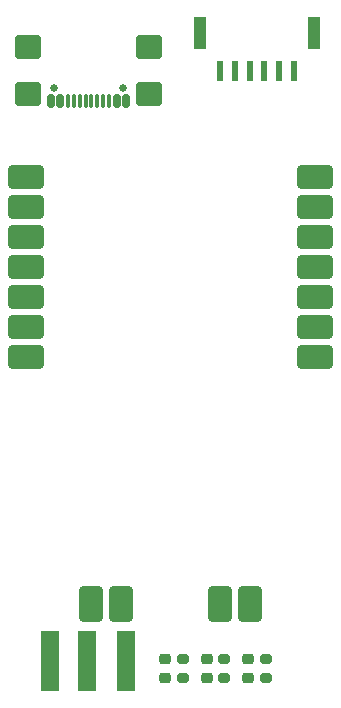
<source format=gbr>
%TF.GenerationSoftware,KiCad,Pcbnew,9.0.2*%
%TF.CreationDate,2025-06-18T22:14:32+09:00*%
%TF.ProjectId,LoRa_TM,4c6f5261-5f54-44d2-9e6b-696361645f70,rev?*%
%TF.SameCoordinates,Original*%
%TF.FileFunction,Soldermask,Top*%
%TF.FilePolarity,Negative*%
%FSLAX46Y46*%
G04 Gerber Fmt 4.6, Leading zero omitted, Abs format (unit mm)*
G04 Created by KiCad (PCBNEW 9.0.2) date 2025-06-18 22:14:32*
%MOMM*%
%LPD*%
G01*
G04 APERTURE LIST*
G04 Aperture macros list*
%AMRoundRect*
0 Rectangle with rounded corners*
0 $1 Rounding radius*
0 $2 $3 $4 $5 $6 $7 $8 $9 X,Y pos of 4 corners*
0 Add a 4 corners polygon primitive as box body*
4,1,4,$2,$3,$4,$5,$6,$7,$8,$9,$2,$3,0*
0 Add four circle primitives for the rounded corners*
1,1,$1+$1,$2,$3*
1,1,$1+$1,$4,$5*
1,1,$1+$1,$6,$7*
1,1,$1+$1,$8,$9*
0 Add four rect primitives between the rounded corners*
20,1,$1+$1,$2,$3,$4,$5,0*
20,1,$1+$1,$4,$5,$6,$7,0*
20,1,$1+$1,$6,$7,$8,$9,0*
20,1,$1+$1,$8,$9,$2,$3,0*%
G04 Aperture macros list end*
%ADD10RoundRect,0.218750X0.256250X-0.218750X0.256250X0.218750X-0.256250X0.218750X-0.256250X-0.218750X0*%
%ADD11RoundRect,0.200000X0.275000X-0.200000X0.275000X0.200000X-0.275000X0.200000X-0.275000X-0.200000X0*%
%ADD12R,0.600000X1.800000*%
%ADD13R,1.000000X2.800000*%
%ADD14RoundRect,0.250000X0.840000X0.750000X-0.840000X0.750000X-0.840000X-0.750000X0.840000X-0.750000X0*%
%ADD15RoundRect,0.150000X0.150000X0.425000X-0.150000X0.425000X-0.150000X-0.425000X0.150000X-0.425000X0*%
%ADD16RoundRect,0.075000X0.075000X0.500000X-0.075000X0.500000X-0.075000X-0.500000X0.075000X-0.500000X0*%
%ADD17C,0.650000*%
%ADD18RoundRect,0.300000X-1.200000X-0.700000X1.200000X-0.700000X1.200000X0.700000X-1.200000X0.700000X0*%
%ADD19RoundRect,0.300000X0.700000X-1.200000X0.700000X1.200000X-0.700000X1.200000X-0.700000X-1.200000X0*%
%ADD20R,1.500000X5.080000*%
G04 APERTURE END LIST*
D10*
%TO.C,D3*%
X103058000Y-124938500D03*
X103058000Y-126513500D03*
%TD*%
D11*
%TO.C,R12*%
X104558000Y-126551000D03*
X104558000Y-124901000D03*
%TD*%
%TO.C,R11*%
X108058000Y-126551000D03*
X108058000Y-124901000D03*
%TD*%
D12*
%TO.C,J5*%
X104191000Y-75176000D03*
X105441000Y-75176000D03*
X106691000Y-75176000D03*
X107941000Y-75176000D03*
X109191000Y-75176000D03*
X110441000Y-75176000D03*
D13*
X102466000Y-71976000D03*
X112166000Y-71976000D03*
%TD*%
D11*
%TO.C,R13*%
X101058000Y-124901000D03*
X101058000Y-126551000D03*
%TD*%
D10*
%TO.C,D4*%
X99558000Y-126513500D03*
X99558000Y-124938500D03*
%TD*%
D14*
%TO.C,J2*%
X87948000Y-73151000D03*
X87948000Y-77081000D03*
X98168000Y-73151000D03*
X98168000Y-77081000D03*
D15*
X96258000Y-77656000D03*
X95458000Y-77656000D03*
D16*
X94808000Y-77656000D03*
X93808000Y-77656000D03*
X92308000Y-77656000D03*
X91308000Y-77656000D03*
D15*
X90658000Y-77656000D03*
X89858000Y-77656000D03*
X89858000Y-77656000D03*
X90658000Y-77656000D03*
D16*
X91808000Y-77656000D03*
X92808000Y-77656000D03*
X93308000Y-77656000D03*
X94308000Y-77656000D03*
D15*
X95458000Y-77656000D03*
X96258000Y-77656000D03*
D17*
X90168000Y-76581000D03*
X95948000Y-76581000D03*
%TD*%
D18*
%TO.C,U4*%
X112250000Y-84130000D03*
X112250000Y-86670000D03*
X112250000Y-89210000D03*
X112250000Y-91750000D03*
X112250000Y-94290000D03*
X112250000Y-96830000D03*
X112250000Y-99370000D03*
D19*
X106770000Y-120250000D03*
X104230000Y-120250000D03*
X95770000Y-120250000D03*
X93230000Y-120250000D03*
D18*
X87750000Y-99370000D03*
X87750000Y-96830000D03*
X87750000Y-94290000D03*
X87750000Y-91750000D03*
X87750000Y-89210000D03*
X87750000Y-86670000D03*
X87750000Y-84130000D03*
%TD*%
D10*
%TO.C,D2*%
X106558000Y-124938500D03*
X106558000Y-126513500D03*
%TD*%
D20*
%TO.C,J3*%
X89821000Y-125117500D03*
X96196000Y-125117500D03*
X92946000Y-125117500D03*
%TD*%
M02*

</source>
